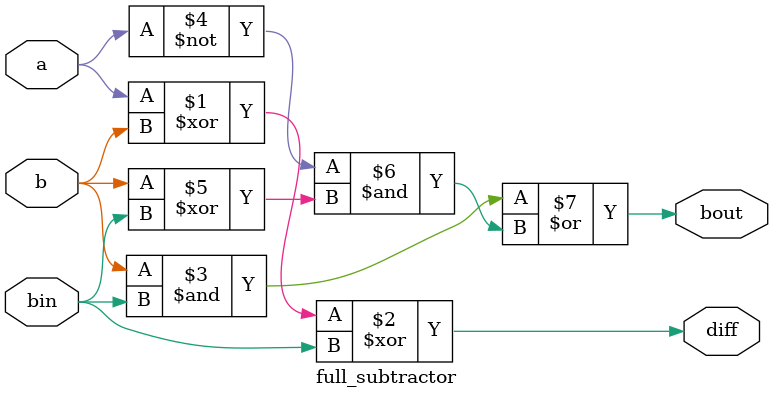
<source format=v>
`timescale 1ns / 1ps
module full_subtractor(a,b,bin,diff,bout);
input a,b,bin;
output diff,bout;
assign diff=a^b^bin;
assign bout=(b&bin)|(~a)&(b^bin);
endmodule

</source>
